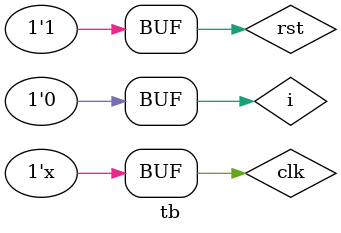
<source format=sv>
module tb ();

parameter integer WIDTH     = 12;

logic clk = 1;
logic rst = 1;

logic i;
logic o;

always #1 clk <= !clk;

debouncer #(
	.TICKS (10000)
) dut
(
	.clk (clk),
	.rst (rst),

	.i   (i),
	.o   (o)
);

initial begin
#100000 i = 0;
#1000 i = 1;
#1003 i = 0;
#2213 i = 1;
#2031 i = 0;
#1013 i = 1;
#3032 i = 0;
#1013 i = 1;
#1400 i = 0;
#1054 i = 1;
#4234 i = 0;
#1337 i = 1;
#75607 i = 0;
#4304 i = 0;
#1054 i = 1;
#1020 i = 0;
#1043 i = 1;
#1030 i = 0;
end

endmodule

</source>
